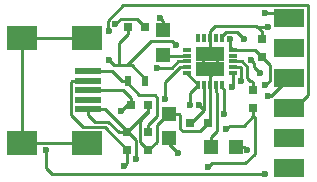
<source format=gtl>
G04 #@! TF.FileFunction,Copper,L1,Top,Signal*
%FSLAX46Y46*%
G04 Gerber Fmt 4.6, Leading zero omitted, Abs format (unit mm)*
G04 Created by KiCad (PCBNEW 4.0.0-rc1-stable) date 12/2/2015 8:57:58 PM*
%MOMM*%
G01*
G04 APERTURE LIST*
%ADD10C,0.100000*%
%ADD11R,0.800000X0.750000*%
%ADD12R,0.750000X0.800000*%
%ADD13R,1.198880X1.198880*%
%ADD14R,0.500000X0.900000*%
%ADD15R,2.301240X0.500380*%
%ADD16R,2.499360X1.998980*%
%ADD17R,0.300000X0.730000*%
%ADD18R,0.730000X0.300000*%
%ADD19R,1.250000X1.250000*%
%ADD20R,2.540000X1.524000*%
%ADD21C,0.600000*%
%ADD22C,0.250000*%
G04 APERTURE END LIST*
D10*
D11*
X137946000Y-108458000D03*
X139446000Y-108458000D03*
D12*
X139700000Y-117372000D03*
X139700000Y-118872000D03*
X137922000Y-118860000D03*
X137922000Y-117360000D03*
D11*
X143256000Y-116586000D03*
X144756000Y-116586000D03*
X138188000Y-115062000D03*
X139688000Y-115062000D03*
D12*
X149352000Y-110986000D03*
X149352000Y-109486000D03*
X148590000Y-113804000D03*
X148590000Y-115304000D03*
D13*
X141478000Y-117889020D03*
X141478000Y-115790980D03*
X147132040Y-118618000D03*
X145034000Y-118618000D03*
X140970000Y-108712000D03*
X140970000Y-110810040D03*
D14*
X139434000Y-113030000D03*
X137934000Y-113030000D03*
D15*
X134620000Y-112191800D03*
X134620000Y-112991900D03*
X134620000Y-113792000D03*
X134620000Y-114592100D03*
X134620000Y-115392200D03*
D16*
X134520940Y-109341920D03*
X129021840Y-109341920D03*
X134520940Y-118242080D03*
X129021840Y-118242080D03*
D17*
X145917000Y-109404000D03*
X145417000Y-109404000D03*
X144917000Y-109404000D03*
X144417000Y-109404000D03*
X143917000Y-109404000D03*
D18*
X142952000Y-110369000D03*
X142952000Y-110869000D03*
X142952000Y-111369000D03*
X142952000Y-111869000D03*
X142952000Y-112369000D03*
D17*
X143917000Y-113334000D03*
X144417000Y-113334000D03*
X144917000Y-113334000D03*
X145417000Y-113334000D03*
X145917000Y-113334000D03*
D18*
X146882000Y-112369000D03*
X146882000Y-111869000D03*
X146882000Y-111369000D03*
X146882000Y-110869000D03*
X146882000Y-110369000D03*
D19*
X144292000Y-111994000D03*
X145542000Y-111994000D03*
X144292000Y-110744000D03*
X145542000Y-110744000D03*
D20*
X151638000Y-107696000D03*
X151638000Y-110236000D03*
X151638000Y-112776000D03*
X151638000Y-115316000D03*
X151638000Y-117856000D03*
X151638000Y-120396000D03*
D21*
X149860000Y-114300000D03*
X149860000Y-108458000D03*
X136906000Y-108204000D03*
X138668231Y-119594946D03*
X137668000Y-120219956D03*
X136342498Y-111252000D03*
X144018000Y-115062000D03*
X142007775Y-109970051D03*
X137414000Y-115570000D03*
X149606000Y-113401010D03*
X143217997Y-115062000D03*
X146567002Y-109474000D03*
X144780000Y-120278990D03*
X146304000Y-117094000D03*
X142240000Y-119126000D03*
X148082000Y-118872000D03*
X140716000Y-107696000D03*
X149606000Y-107234009D03*
X149606000Y-120904000D03*
X131064000Y-118872000D03*
X136340313Y-108829010D03*
X147522974Y-113055513D03*
X149146192Y-112316192D03*
X148366897Y-111218589D03*
X147828000Y-109474000D03*
X141087010Y-114554000D03*
X140462000Y-111909482D03*
X146812000Y-113538000D03*
X146132009Y-115824000D03*
D22*
X137934000Y-113230000D02*
X138938000Y-114234000D01*
X138938000Y-114234000D02*
X140220002Y-114234000D01*
X140220002Y-114234000D02*
X140413001Y-114426999D01*
X140413001Y-114426999D02*
X140413001Y-116008999D01*
X140413001Y-116008999D02*
X139700000Y-116722000D01*
X139700000Y-116722000D02*
X139700000Y-117372000D01*
X137934000Y-113030000D02*
X137434000Y-113030000D01*
X137434000Y-113030000D02*
X136595800Y-112191800D01*
X136595800Y-112191800D02*
X136020620Y-112191800D01*
X136020620Y-112191800D02*
X134620000Y-112191800D01*
X149860000Y-114300000D02*
X150114000Y-114300000D01*
X150114000Y-114300000D02*
X151638000Y-112776000D01*
X149352000Y-109486000D02*
X149352000Y-108836000D01*
X149352000Y-108836000D02*
X148974000Y-108458000D01*
X148974000Y-108458000D02*
X148904560Y-108458000D01*
X148845550Y-108398990D02*
X148904560Y-108458000D01*
X148904560Y-108458000D02*
X149860000Y-108458000D01*
X145542000Y-111994000D02*
X144917000Y-112619000D01*
X144917000Y-112619000D02*
X144917000Y-113334000D01*
X145542000Y-110744000D02*
X145542000Y-111994000D01*
X144292000Y-110744000D02*
X144292000Y-111994000D01*
X145542000Y-110744000D02*
X144941999Y-110143999D01*
X144941999Y-110143999D02*
X144917000Y-110119000D01*
X144917000Y-109404000D02*
X144917000Y-110119000D01*
X144917000Y-110119000D02*
X144292000Y-110744000D01*
X144917000Y-109404000D02*
X144917000Y-108803998D01*
X144917000Y-108803998D02*
X145322008Y-108398990D01*
X145322008Y-108398990D02*
X148845550Y-108398990D01*
X141478000Y-115790980D02*
X141321020Y-115790980D01*
X141321020Y-115790980D02*
X140400001Y-116711999D01*
X140400001Y-116711999D02*
X140400001Y-118146999D01*
X140400001Y-118146999D02*
X139700000Y-118847000D01*
X139700000Y-118847000D02*
X139700000Y-118872000D01*
X141478000Y-115790980D02*
X142327440Y-115790980D01*
X142327440Y-115790980D02*
X142402441Y-115865981D01*
X142402441Y-115865981D02*
X142402441Y-117092443D01*
X142402441Y-117092443D02*
X142595999Y-117286001D01*
X142595999Y-117286001D02*
X144030999Y-117286001D01*
X144030999Y-117286001D02*
X144731000Y-116586000D01*
X144731000Y-116586000D02*
X144756000Y-116586000D01*
X144917000Y-113334000D02*
X144917000Y-116425000D01*
X144917000Y-116425000D02*
X144756000Y-116586000D01*
X134620000Y-115392200D02*
X136020620Y-115392200D01*
X136020620Y-115392200D02*
X138668231Y-118039811D01*
X136279579Y-116467579D02*
X137172000Y-117360000D01*
X137172000Y-117360000D02*
X137922000Y-117360000D01*
X135195189Y-116467579D02*
X136279579Y-116467579D01*
X134620000Y-115392200D02*
X134620000Y-115892390D01*
X134620000Y-115892390D02*
X135195189Y-116467579D01*
X136906000Y-108204000D02*
X137352001Y-107757999D01*
X137352001Y-107757999D02*
X138720999Y-107757999D01*
X138720999Y-107757999D02*
X139421000Y-108458000D01*
X139421000Y-108458000D02*
X139446000Y-108458000D01*
X138668231Y-118039811D02*
X138668231Y-119594946D01*
X139688000Y-115062000D02*
X139688000Y-115687000D01*
X139688000Y-115687000D02*
X138999999Y-116375001D01*
X138999999Y-116375001D02*
X138999999Y-118146999D01*
X138999999Y-118146999D02*
X139700000Y-118847000D01*
X137922000Y-117360000D02*
X137922000Y-117335000D01*
X137922000Y-117335000D02*
X139688000Y-115569000D01*
X139688000Y-115569000D02*
X139688000Y-115062000D01*
X137922000Y-118860000D02*
X137922000Y-119965956D01*
X137922000Y-119965956D02*
X137668000Y-120219956D01*
X134658100Y-113030000D02*
X134620000Y-112991900D01*
X134620000Y-112991900D02*
X133219380Y-112991900D01*
X133219380Y-112991900D02*
X133144379Y-113066901D01*
X137922000Y-118835000D02*
X137922000Y-118860000D01*
X133144379Y-113066901D02*
X133144379Y-115902391D01*
X134159577Y-116917589D02*
X136004589Y-116917589D01*
X133144379Y-115902391D02*
X134159577Y-116917589D01*
X136004589Y-116917589D02*
X137922000Y-118835000D01*
X137922000Y-111668441D02*
X136758939Y-111668441D01*
X136758939Y-111668441D02*
X136342498Y-111252000D01*
X144018000Y-115062000D02*
X144406000Y-115450000D01*
X144406000Y-115450000D02*
X144417000Y-115450000D01*
X137922000Y-111668441D02*
X137283539Y-111668441D01*
X138272441Y-111668441D02*
X137922000Y-111668441D01*
X137922000Y-111668441D02*
X139954000Y-109636441D01*
X139954000Y-109636441D02*
X141674165Y-109636441D01*
X141674165Y-109636441D02*
X142007775Y-109970051D01*
X144417000Y-113334000D02*
X144417000Y-115450000D01*
X144417000Y-115450000D02*
X143281000Y-116586000D01*
X143281000Y-116586000D02*
X143256000Y-116586000D01*
X139434000Y-113030000D02*
X139434000Y-112830000D01*
X139434000Y-112830000D02*
X138272441Y-111668441D01*
X137283539Y-111668441D02*
X137218539Y-111603441D01*
X137218539Y-111603441D02*
X137218539Y-109810461D01*
X137218539Y-109810461D02*
X137946000Y-109083000D01*
X137946000Y-109083000D02*
X137946000Y-108458000D01*
X138188000Y-115062000D02*
X137922000Y-115062000D01*
X137922000Y-115062000D02*
X137414000Y-115570000D01*
X134620000Y-113792000D02*
X137543000Y-113792000D01*
X137543000Y-113792000D02*
X138188000Y-114437000D01*
X138188000Y-114437000D02*
X138188000Y-115062000D01*
X149352000Y-111011000D02*
X149977000Y-111636000D01*
X149977000Y-111636000D02*
X149977000Y-113030010D01*
X149977000Y-113030010D02*
X149606000Y-113401010D01*
X146882000Y-110369000D02*
X148735000Y-110369000D01*
X148735000Y-110369000D02*
X149352000Y-110986000D01*
X149352000Y-110986000D02*
X149352000Y-111011000D01*
X143217997Y-115062000D02*
X143217997Y-114033003D01*
X143217997Y-114033003D02*
X143917000Y-113334000D01*
X146567002Y-109474000D02*
X146567002Y-110054002D01*
X146567002Y-110054002D02*
X146882000Y-110369000D01*
X143917000Y-113334000D02*
X142952000Y-112369000D01*
X148082000Y-111817590D02*
X148082000Y-112776000D01*
X146882000Y-111369000D02*
X147633410Y-111369000D01*
X147633410Y-111369000D02*
X148082000Y-111817590D01*
X148336000Y-113030000D02*
X148466000Y-113030000D01*
X148466000Y-113030000D02*
X148590000Y-113154000D01*
X148590000Y-113154000D02*
X148590000Y-113804000D01*
X148082000Y-112776000D02*
X148336000Y-113030000D01*
X148590000Y-113779000D02*
X148590000Y-113804000D01*
X144780000Y-120278990D02*
X145079999Y-119978991D01*
X145079999Y-119978991D02*
X147900011Y-119978991D01*
X147900011Y-119978991D02*
X148707001Y-119172001D01*
X146304000Y-117094000D02*
X146603999Y-116794001D01*
X146603999Y-116794001D02*
X147749999Y-116794001D01*
X147749999Y-116794001D02*
X148590000Y-115954000D01*
X148707001Y-119172001D02*
X148707001Y-116071001D01*
X148707001Y-116071001D02*
X148590000Y-115954000D01*
X148590000Y-115954000D02*
X148590000Y-115304000D01*
X141478000Y-117889020D02*
X141478000Y-118364000D01*
X141478000Y-118364000D02*
X142240000Y-119126000D01*
X147132040Y-118618000D02*
X147828000Y-118618000D01*
X147828000Y-118618000D02*
X148082000Y-118872000D01*
X145034000Y-118618000D02*
X145034000Y-117768560D01*
X145034000Y-117768560D02*
X145506999Y-117295561D01*
X145506999Y-117295561D02*
X145506999Y-114038999D01*
X145506999Y-114038999D02*
X145417000Y-113949000D01*
X145417000Y-113949000D02*
X145417000Y-113334000D01*
X140970000Y-108712000D02*
X140970000Y-107950000D01*
X140970000Y-107950000D02*
X140716000Y-107696000D01*
X140970000Y-110810040D02*
X141028960Y-110869000D01*
X141028960Y-110869000D02*
X142952000Y-110869000D01*
X131572000Y-120904000D02*
X149606000Y-120904000D01*
X131064000Y-120396000D02*
X131064000Y-118872000D01*
X149606000Y-107234009D02*
X151176009Y-107234009D01*
X151176009Y-107234009D02*
X151638000Y-107696000D01*
X131064000Y-120396000D02*
X131572000Y-120904000D01*
X151501010Y-107832990D02*
X151638000Y-107696000D01*
X136340313Y-108829010D02*
X136280999Y-108769696D01*
X136280999Y-108769696D02*
X136280999Y-107903999D01*
X153168001Y-106608999D02*
X153233001Y-106673999D01*
X136280999Y-107903999D02*
X137575999Y-106608999D01*
X137575999Y-106608999D02*
X153168001Y-106608999D01*
X153233001Y-106673999D02*
X153233001Y-114228999D01*
X153233001Y-114228999D02*
X152146000Y-115316000D01*
X152146000Y-115316000D02*
X151638000Y-115316000D01*
X146882000Y-111869000D02*
X147497000Y-111869000D01*
X147497000Y-111869000D02*
X147572001Y-111944001D01*
X147572001Y-111944001D02*
X147572001Y-113006486D01*
X147572001Y-113006486D02*
X147522974Y-113055513D01*
X148666896Y-111518588D02*
X148666896Y-111836896D01*
X148666896Y-111836896D02*
X149146192Y-112316192D01*
X148366897Y-111218589D02*
X148666896Y-111518588D01*
X145917000Y-109404000D02*
X145917000Y-109199000D01*
X147202999Y-108848999D02*
X147828000Y-109474000D01*
X145917000Y-109199000D02*
X146267001Y-108848999D01*
X146267001Y-108848999D02*
X147202999Y-108848999D01*
X145917000Y-109404000D02*
X145917000Y-109189000D01*
X129021840Y-118242080D02*
X134520940Y-118242080D01*
X129021840Y-109341920D02*
X129021840Y-118242080D01*
X134520940Y-109341920D02*
X129021840Y-109341920D01*
X142952000Y-111869000D02*
X142337000Y-111869000D01*
X142337000Y-111869000D02*
X141087010Y-113118990D01*
X141087010Y-113118990D02*
X141087010Y-114554000D01*
X142952000Y-111369000D02*
X142194922Y-111369000D01*
X142194922Y-111369000D02*
X141654440Y-111909482D01*
X141654440Y-111909482D02*
X140462000Y-111909482D01*
X146882000Y-112369000D02*
X146882000Y-113468000D01*
X146882000Y-113468000D02*
X146812000Y-113538000D01*
X145917000Y-113334000D02*
X145917000Y-113549000D01*
X145917000Y-113549000D02*
X146132009Y-113764009D01*
X146132009Y-113764009D02*
X146132009Y-115824000D01*
M02*

</source>
